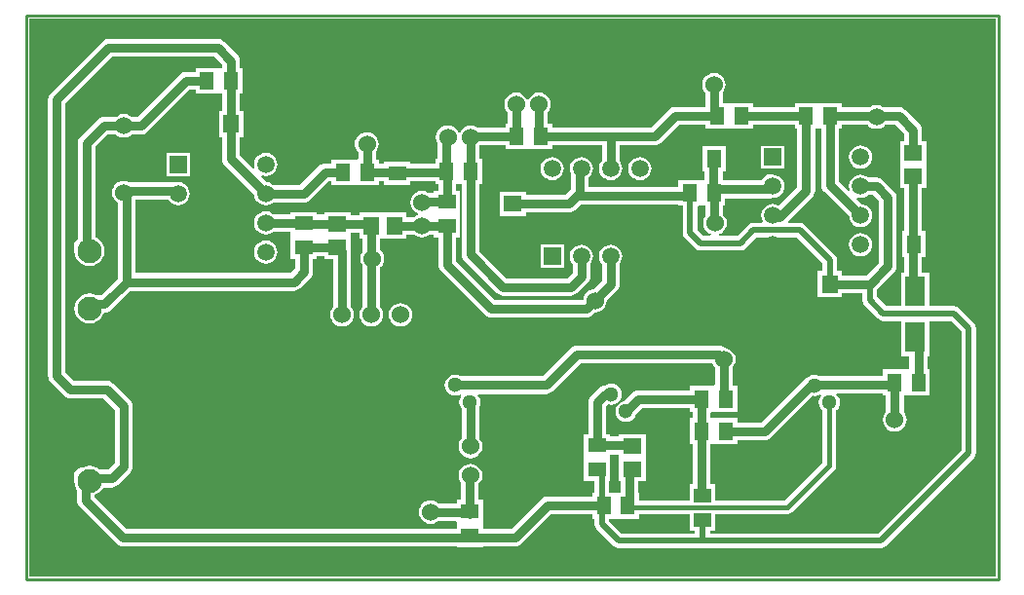
<source format=gtl>
G04 Layer_Physical_Order=1*
G04 Layer_Color=255*
%FSLAX43Y43*%
%MOMM*%
G71*
G01*
G75*
%ADD10R,1.500X1.250*%
%ADD11R,1.250X1.500*%
%ADD12R,1.350X1.550*%
%ADD13R,1.550X1.350*%
%ADD14R,1.700X2.500*%
%ADD15C,0.762*%
%ADD16C,0.508*%
%ADD17C,0.381*%
%ADD18C,0.254*%
%ADD19C,1.524*%
%ADD20C,2.100*%
%ADD21C,1.500*%
%ADD22R,1.500X1.500*%
%ADD23C,1.300*%
%ADD24R,1.500X1.500*%
G36*
X84247Y259D02*
X259D01*
Y48788D01*
X84247D01*
Y259D01*
D02*
G37*
%LPC*%
G36*
X16688Y46997D02*
X7188D01*
X6989Y46970D01*
X6804Y46894D01*
X6645Y46771D01*
X2149Y42276D01*
X2027Y42116D01*
X1950Y41931D01*
X1924Y41732D01*
Y17704D01*
X1950Y17505D01*
X2027Y17320D01*
X2149Y17160D01*
X3343Y15967D01*
X3343Y15967D01*
X3502Y15844D01*
X3687Y15768D01*
X3886Y15741D01*
X6743D01*
X7766Y14718D01*
Y10148D01*
X7149Y9532D01*
X6383D01*
X6169Y9696D01*
X5852Y9827D01*
X5512Y9872D01*
X5171Y9827D01*
X4967Y9742D01*
X4945D01*
X4746Y9716D01*
X4561Y9639D01*
X4402Y9517D01*
X4280Y9358D01*
X4203Y9173D01*
X4177Y8974D01*
X4203Y8775D01*
X4220Y8734D01*
X4197Y8557D01*
X4241Y8216D01*
X4373Y7899D01*
X4438Y7813D01*
Y6858D01*
X4465Y6659D01*
X4541Y6474D01*
X4664Y6315D01*
X7915Y3063D01*
X7915Y3063D01*
X8074Y2941D01*
X8259Y2864D01*
X8458Y2838D01*
X37452D01*
Y2795D01*
X39714D01*
Y2864D01*
X42520D01*
X42719Y2890D01*
X42904Y2967D01*
X43063Y3089D01*
X45632Y5658D01*
X49201D01*
Y5270D01*
X49416D01*
Y4826D01*
X49465Y4578D01*
X49606Y4368D01*
X51079Y2895D01*
X51289Y2755D01*
X51537Y2705D01*
X74295D01*
X74543Y2755D01*
X74753Y2895D01*
X82398Y10540D01*
X82539Y10750D01*
X82588Y10998D01*
Y21844D01*
X82539Y22092D01*
X82398Y22302D01*
X81128Y23572D01*
X80918Y23712D01*
X80670Y23761D01*
X78498D01*
Y26669D01*
X77883D01*
Y28028D01*
X78163D01*
Y30290D01*
X77883D01*
Y34012D01*
X78270D01*
Y36012D01*
Y38124D01*
X77883D01*
Y39040D01*
X77883Y39040D01*
X77857Y39239D01*
X77780Y39424D01*
X77658Y39583D01*
X77658Y39583D01*
X76413Y40828D01*
X76254Y40950D01*
X76069Y41027D01*
X75870Y41053D01*
X74482D01*
X74426Y41096D01*
X74179Y41198D01*
X73914Y41233D01*
X73649Y41198D01*
X73402Y41096D01*
X73346Y41053D01*
X70915D01*
Y41415D01*
X68903D01*
Y41415D01*
X68815D01*
Y41415D01*
X66803D01*
Y41053D01*
X63168D01*
Y41415D01*
X61195D01*
X61068Y41415D01*
X61029Y41415D01*
X60560D01*
Y42335D01*
X60679Y42490D01*
X60781Y42737D01*
X60816Y43002D01*
X60781Y43267D01*
X60679Y43515D01*
X60516Y43727D01*
X60304Y43890D01*
X60057Y43992D01*
X59792Y44027D01*
X59526Y43992D01*
X59279Y43890D01*
X59067Y43727D01*
X58904Y43515D01*
X58802Y43267D01*
X58767Y43002D01*
X58802Y42737D01*
X58904Y42490D01*
X59023Y42335D01*
Y41053D01*
X56413D01*
X56214Y41027D01*
X56029Y40950D01*
X55870Y40828D01*
X55870Y40828D01*
X54317Y39275D01*
X45769D01*
Y39637D01*
X45371D01*
Y40633D01*
X45490Y40788D01*
X45592Y41035D01*
X45627Y41300D01*
X45592Y41566D01*
X45490Y41813D01*
X45327Y42025D01*
X45115Y42188D01*
X44868Y42290D01*
X44602Y42325D01*
X44337Y42290D01*
X44090Y42188D01*
X43878Y42025D01*
X43715Y41813D01*
X43671Y41707D01*
X43534D01*
X43490Y41813D01*
X43327Y42025D01*
X43115Y42188D01*
X42868Y42290D01*
X42602Y42325D01*
X42337Y42290D01*
X42090Y42188D01*
X41878Y42025D01*
X41715Y41813D01*
X41613Y41566D01*
X41578Y41300D01*
X41613Y41035D01*
X41715Y40788D01*
X41834Y40633D01*
Y39637D01*
X41657D01*
Y39275D01*
X39260D01*
X39171Y39343D01*
X38924Y39445D01*
X38659Y39480D01*
X38394Y39445D01*
X38146Y39343D01*
X37934Y39180D01*
X37771Y38968D01*
X37769Y38963D01*
X37714Y38891D01*
X37577Y38893D01*
X37546Y38968D01*
X37383Y39180D01*
X37171Y39343D01*
X36924Y39445D01*
X36659Y39480D01*
X36394Y39445D01*
X36146Y39343D01*
X35934Y39180D01*
X35771Y38968D01*
X35669Y38721D01*
X35634Y38456D01*
X35669Y38190D01*
X35771Y37943D01*
X35789Y37921D01*
Y36589D01*
X35561D01*
Y36166D01*
X33414D01*
Y36303D01*
X31152D01*
Y36166D01*
X30656D01*
Y36528D01*
X30419D01*
Y37179D01*
X30538Y37334D01*
X30640Y37581D01*
X30675Y37846D01*
X30640Y38111D01*
X30538Y38358D01*
X30375Y38571D01*
X30163Y38733D01*
X29916Y38836D01*
X29650Y38871D01*
X29385Y38836D01*
X29138Y38733D01*
X28926Y38571D01*
X28763Y38358D01*
X28755Y38339D01*
X28671Y38230D01*
X28595Y38045D01*
X28568Y37846D01*
X28595Y37647D01*
X28671Y37462D01*
X28755Y37353D01*
X28763Y37334D01*
X28882Y37179D01*
Y36618D01*
X28792Y36528D01*
X28556Y36528D01*
X28517Y36528D01*
X26544D01*
Y36166D01*
X26025D01*
X26025Y36166D01*
X25826Y36140D01*
X25641Y36063D01*
X25481Y35941D01*
X23843Y34303D01*
X21501D01*
X21360Y34411D01*
X21115Y34512D01*
X20939Y34536D01*
X20463Y35012D01*
X20535Y35119D01*
X20591Y35096D01*
X20853Y35061D01*
X21115Y35096D01*
X21360Y35197D01*
X21569Y35358D01*
X21730Y35568D01*
X21832Y35812D01*
X21866Y36074D01*
X21832Y36336D01*
X21730Y36580D01*
X21569Y36790D01*
X21360Y36951D01*
X21115Y37052D01*
X20853Y37087D01*
X20591Y37052D01*
X20347Y36951D01*
X20137Y36790D01*
X19976Y36580D01*
X19875Y36336D01*
X19841Y36074D01*
X19875Y35812D01*
X19899Y35755D01*
X19791Y35683D01*
X18608Y36867D01*
Y38443D01*
X18896D01*
Y40755D01*
X18608D01*
Y42201D01*
X18845D01*
Y44463D01*
X18608D01*
Y45076D01*
X18608Y45076D01*
X18582Y45275D01*
X18505Y45461D01*
X18383Y45620D01*
X18383Y45620D01*
X17231Y46771D01*
X17072Y46894D01*
X16887Y46970D01*
X16688Y46997D01*
D02*
G37*
%LPD*%
G36*
X69081Y16104D02*
X69128Y15957D01*
X69035Y15837D01*
X68944Y15617D01*
X68913Y15381D01*
X68944Y15145D01*
X69035Y14925D01*
X69180Y14736D01*
X69242Y14688D01*
Y10122D01*
X65951Y6831D01*
X59932D01*
Y8304D01*
X59510D01*
Y11747D01*
X59748D01*
Y11747D01*
X59836D01*
Y11747D01*
X61848D01*
Y12109D01*
X64211D01*
X64410Y12135D01*
X64595Y12212D01*
X64755Y12334D01*
X68395Y15975D01*
X68555Y15954D01*
X68791Y15985D01*
X69010Y16076D01*
X69057Y16111D01*
X69081Y16104D01*
D02*
G37*
G36*
X81293Y21576D02*
Y11266D01*
X74027Y4000D01*
X59448D01*
Y4192D01*
X59932D01*
Y5666D01*
X66192D01*
X66415Y5710D01*
X66604Y5836D01*
X70237Y9469D01*
X70363Y9658D01*
X70407Y9881D01*
Y14688D01*
X70469Y14736D01*
X70614Y14925D01*
X70705Y15145D01*
X70736Y15381D01*
X70705Y15617D01*
X70614Y15837D01*
X70469Y16025D01*
X70438Y16050D01*
X70478Y16170D01*
X74449D01*
Y15989D01*
X74746D01*
Y14536D01*
X74627Y14381D01*
X74524Y14134D01*
X74489Y13868D01*
X74524Y13603D01*
X74627Y13356D01*
X74790Y13144D01*
X75002Y12981D01*
X75249Y12879D01*
X75514Y12844D01*
X75779Y12879D01*
X76027Y12981D01*
X76239Y13144D01*
X76402Y13356D01*
X76504Y13603D01*
X76539Y13868D01*
X76504Y14134D01*
X76402Y14381D01*
X76283Y14536D01*
Y15989D01*
X76461D01*
Y15989D01*
X76549D01*
Y15989D01*
X78561D01*
Y18251D01*
X78323D01*
Y19407D01*
X78498D01*
Y22467D01*
X80402D01*
X81293Y21576D01*
D02*
G37*
G36*
X59047Y31529D02*
X59006Y31475D01*
X58903Y31228D01*
X58868Y30963D01*
X58903Y30697D01*
X59006Y30450D01*
X59169Y30238D01*
X59381Y30075D01*
X59538Y30010D01*
X59513Y29883D01*
X58891D01*
X58363Y30411D01*
Y32383D01*
X58453Y32473D01*
X58769Y32473D01*
X58808Y32473D01*
X59047D01*
Y31529D01*
D02*
G37*
G36*
X51549Y10536D02*
Y8536D01*
X51657D01*
Y7532D01*
X51301D01*
Y7532D01*
X51213D01*
Y7532D01*
X50711D01*
Y8536D01*
X50763D01*
Y10548D01*
X50763D01*
Y10636D01*
X50763D01*
Y10873D01*
X51549D01*
Y10536D01*
D02*
G37*
G36*
X76346Y38721D02*
Y38124D01*
X75958D01*
Y36012D01*
Y34012D01*
X76346D01*
Y30290D01*
X76151D01*
Y28028D01*
X76346D01*
Y26669D01*
X76036D01*
Y23761D01*
X74766D01*
X73977Y24551D01*
Y25240D01*
X75423Y26685D01*
X75545Y26845D01*
X75622Y27030D01*
X75648Y27229D01*
Y33223D01*
X75622Y33422D01*
X75545Y33607D01*
X75423Y33767D01*
X74477Y34713D01*
X74318Y34835D01*
X74132Y34912D01*
X73933Y34938D01*
X73190D01*
X73049Y35046D01*
X72804Y35147D01*
X72542Y35182D01*
X72280Y35147D01*
X72036Y35046D01*
X71826Y34885D01*
X71665Y34675D01*
X71564Y34431D01*
X71530Y34169D01*
X71564Y33907D01*
X71588Y33850D01*
X71480Y33778D01*
X70678Y34581D01*
Y39153D01*
X70915D01*
Y39516D01*
X73165D01*
X73189Y39484D01*
X73402Y39321D01*
X73649Y39218D01*
X73914Y39183D01*
X74179Y39218D01*
X74426Y39321D01*
X74639Y39484D01*
X74663Y39516D01*
X75551D01*
X76346Y38721D01*
D02*
G37*
G36*
X17071Y44758D02*
Y44553D01*
X16981Y44463D01*
X16745Y44463D01*
X16706Y44463D01*
X14733D01*
Y44101D01*
X13894D01*
X13894Y44101D01*
X13695Y44075D01*
X13510Y43998D01*
X13350Y43876D01*
X13350Y43876D01*
X9715Y40240D01*
X9143D01*
X9021Y40334D01*
X8774Y40436D01*
X8509Y40471D01*
X8244Y40436D01*
X7997Y40334D01*
X7875Y40240D01*
X6807D01*
X6608Y40214D01*
X6423Y40137D01*
X6264Y40015D01*
X4740Y38491D01*
X4618Y38332D01*
X4541Y38147D01*
X4515Y37948D01*
Y29648D01*
X4410Y29543D01*
X4287Y29383D01*
X4211Y29198D01*
X4184Y28999D01*
X4211Y28800D01*
X4224Y28767D01*
X4197Y28557D01*
X4241Y28216D01*
X4373Y27899D01*
X4582Y27627D01*
X4854Y27418D01*
X5171Y27286D01*
X5512Y27241D01*
X5852Y27286D01*
X6169Y27418D01*
X6442Y27627D01*
X6651Y27899D01*
X6782Y28216D01*
X6827Y28557D01*
X6782Y28897D01*
X6651Y29214D01*
X6442Y29487D01*
X6169Y29696D01*
X6052Y29744D01*
Y37629D01*
X7126Y38703D01*
X7809D01*
X7997Y38559D01*
X8244Y38456D01*
X8509Y38421D01*
X8774Y38456D01*
X9021Y38559D01*
X9209Y38703D01*
X10033D01*
X10232Y38729D01*
X10417Y38806D01*
X10576Y38928D01*
X14212Y42564D01*
X14733D01*
Y42201D01*
X16706D01*
X16833Y42201D01*
X16872Y42201D01*
X17071D01*
Y40755D01*
X16784D01*
Y38443D01*
X17071D01*
Y36548D01*
X17097Y36349D01*
X17174Y36164D01*
X17296Y36005D01*
X19852Y33449D01*
X19875Y33272D01*
X19976Y33028D01*
X20137Y32818D01*
X20347Y32657D01*
X20591Y32556D01*
X20853Y32521D01*
X21115Y32556D01*
X21360Y32657D01*
X21501Y32766D01*
X24162D01*
X24360Y32792D01*
X24546Y32869D01*
X24705Y32991D01*
X26343Y34629D01*
X26544D01*
Y34266D01*
X28517D01*
X28644Y34266D01*
X28683Y34266D01*
X30656D01*
Y34629D01*
X31152D01*
Y34291D01*
X33414D01*
Y34629D01*
X35561D01*
Y34327D01*
X35833D01*
Y33813D01*
X35470D01*
Y33576D01*
X35047D01*
X34955Y33647D01*
X34708Y33749D01*
X34442Y33784D01*
X34177Y33749D01*
X33930Y33647D01*
X33718Y33484D01*
X33555Y33272D01*
X33453Y33025D01*
X33418Y32759D01*
X33453Y32494D01*
X33555Y32247D01*
X33718Y32035D01*
X33930Y31872D01*
X34036Y31828D01*
Y31691D01*
X33930Y31647D01*
X33775Y31528D01*
X33069D01*
Y31915D01*
X28957D01*
Y31655D01*
X28232D01*
Y31952D01*
X25920D01*
Y31705D01*
X25286D01*
Y31952D01*
X23024D01*
Y31763D01*
X21501D01*
X21360Y31871D01*
X21115Y31972D01*
X20853Y32007D01*
X20591Y31972D01*
X20347Y31871D01*
X20137Y31710D01*
X19976Y31500D01*
X19875Y31256D01*
X19841Y30994D01*
X19875Y30732D01*
X19976Y30488D01*
X20137Y30278D01*
X20347Y30117D01*
X20591Y30016D01*
X20853Y29981D01*
X21115Y30016D01*
X21360Y30117D01*
X21501Y30226D01*
X23024D01*
Y29940D01*
X23024D01*
Y29852D01*
X23024D01*
Y27840D01*
X23387D01*
Y27039D01*
X22973Y26626D01*
X9506D01*
Y32988D01*
X12387D01*
X12517Y32818D01*
X12727Y32657D01*
X12971Y32556D01*
X13233Y32521D01*
X13495Y32556D01*
X13740Y32657D01*
X13949Y32818D01*
X14110Y33028D01*
X14212Y33272D01*
X14246Y33534D01*
X14212Y33796D01*
X14110Y34040D01*
X13949Y34250D01*
X13740Y34411D01*
X13495Y34512D01*
X13233Y34547D01*
X13040Y34521D01*
X13011Y34525D01*
X9093D01*
X9023Y34516D01*
X9021Y34517D01*
X8774Y34619D01*
X8509Y34654D01*
X8244Y34619D01*
X7997Y34517D01*
X7784Y34354D01*
X7622Y34142D01*
X7519Y33895D01*
X7484Y33630D01*
X7519Y33364D01*
X7622Y33117D01*
X7784Y32905D01*
X7969Y32763D01*
Y26176D01*
X6536Y24742D01*
X6057D01*
X5852Y24827D01*
X5512Y24872D01*
X5171Y24827D01*
X4854Y24696D01*
X4582Y24487D01*
X4373Y24214D01*
X4241Y23897D01*
X4197Y23557D01*
X4241Y23216D01*
X4373Y22899D01*
X4582Y22627D01*
X4854Y22418D01*
X5171Y22286D01*
X5512Y22241D01*
X5852Y22286D01*
X6169Y22418D01*
X6442Y22627D01*
X6651Y22899D01*
X6778Y23205D01*
X6854D01*
X7053Y23231D01*
X7238Y23308D01*
X7398Y23430D01*
X9056Y25089D01*
X23292D01*
X23491Y25115D01*
X23676Y25192D01*
X23835Y25314D01*
X24699Y26177D01*
X24699Y26177D01*
X24821Y26337D01*
X24898Y26522D01*
X24924Y26721D01*
X24924Y26721D01*
Y27840D01*
X25286D01*
Y28127D01*
X25920D01*
Y27840D01*
X26705D01*
Y23664D01*
X26586Y23509D01*
X26484Y23262D01*
X26449Y22996D01*
X26484Y22731D01*
X26586Y22484D01*
X26749Y22272D01*
X26961Y22109D01*
X27208Y22007D01*
X27473Y21972D01*
X27739Y22007D01*
X27986Y22109D01*
X28198Y22272D01*
X28361Y22484D01*
X28463Y22731D01*
X28498Y22996D01*
X28463Y23262D01*
X28361Y23509D01*
X28242Y23664D01*
Y28499D01*
X28232Y28572D01*
Y30118D01*
X28957D01*
Y29603D01*
X29245D01*
Y28445D01*
X29212Y28402D01*
X29109Y28154D01*
X29074Y27889D01*
X29109Y27624D01*
X29212Y27377D01*
X29245Y27333D01*
Y23664D01*
X29126Y23509D01*
X29024Y23262D01*
X28989Y22996D01*
X29024Y22731D01*
X29126Y22484D01*
X29289Y22272D01*
X29501Y22109D01*
X29748Y22007D01*
X30013Y21972D01*
X30279Y22007D01*
X30526Y22109D01*
X30738Y22272D01*
X30901Y22484D01*
X31003Y22731D01*
X31038Y22996D01*
X31003Y23262D01*
X30901Y23509D01*
X30782Y23664D01*
Y27133D01*
X30824Y27165D01*
X30986Y27377D01*
X31089Y27624D01*
X31124Y27889D01*
X31089Y28154D01*
X30986Y28402D01*
X30824Y28614D01*
X30782Y28646D01*
Y29603D01*
X33069D01*
Y29991D01*
X33775D01*
X33930Y29872D01*
X34177Y29770D01*
X34442Y29735D01*
X34708Y29770D01*
X34955Y29872D01*
X35110Y29991D01*
X35470D01*
Y29701D01*
X35833D01*
Y27381D01*
X35859Y27182D01*
X35936Y26997D01*
X36058Y26838D01*
X39893Y23002D01*
X39893Y23002D01*
X40053Y22880D01*
X40238Y22803D01*
X40437Y22777D01*
X48717D01*
X48916Y22803D01*
X49101Y22880D01*
X49261Y23002D01*
X49467Y23209D01*
X49719Y23242D01*
X49966Y23344D01*
X50178Y23507D01*
X50341Y23719D01*
X50444Y23966D01*
X50477Y24219D01*
X51369Y25111D01*
X51491Y25270D01*
X51568Y25455D01*
X51594Y25654D01*
Y27445D01*
X51702Y27586D01*
X51804Y27830D01*
X51838Y28092D01*
X51804Y28354D01*
X51702Y28599D01*
X51541Y28808D01*
X51332Y28969D01*
X51088Y29071D01*
X50825Y29105D01*
X50563Y29071D01*
X50319Y28969D01*
X50109Y28808D01*
X49948Y28599D01*
X49847Y28354D01*
X49813Y28092D01*
X49847Y27830D01*
X49948Y27586D01*
X50057Y27445D01*
Y25972D01*
X49324Y25239D01*
X49189Y25221D01*
X48941Y25119D01*
X48729Y24956D01*
X48566Y24744D01*
X48464Y24497D01*
X48446Y24362D01*
X48399Y24314D01*
X40755D01*
X37370Y27700D01*
Y29701D01*
X37732D01*
Y31713D01*
X37732D01*
Y31801D01*
X37732D01*
Y33813D01*
X37370D01*
Y34327D01*
X37573D01*
Y34327D01*
X37661D01*
Y34327D01*
X37890D01*
Y28245D01*
X37916Y28046D01*
X37993Y27861D01*
X38115Y27701D01*
X40935Y24882D01*
X41094Y24760D01*
X41279Y24683D01*
X41478Y24657D01*
X47346D01*
X47545Y24683D01*
X47730Y24760D01*
X47889Y24882D01*
X48829Y25822D01*
X48951Y25981D01*
X49028Y26166D01*
X49054Y26365D01*
Y27445D01*
X49162Y27586D01*
X49264Y27830D01*
X49298Y28092D01*
X49264Y28354D01*
X49162Y28599D01*
X49001Y28808D01*
X48792Y28969D01*
X48548Y29071D01*
X48285Y29105D01*
X48023Y29071D01*
X47779Y28969D01*
X47569Y28808D01*
X47408Y28599D01*
X47307Y28354D01*
X47273Y28092D01*
X47307Y27830D01*
X47408Y27586D01*
X47517Y27445D01*
Y26684D01*
X47027Y26194D01*
X41797D01*
X39427Y28563D01*
Y34327D01*
X39673D01*
Y36589D01*
X39427D01*
Y37738D01*
X41657D01*
Y37375D01*
X43669D01*
Y37375D01*
X43757D01*
Y37375D01*
X45769D01*
Y37738D01*
X50057D01*
Y36360D01*
X49948Y36219D01*
X49847Y35974D01*
X49813Y35712D01*
X49847Y35450D01*
X49948Y35206D01*
X50109Y34996D01*
X50319Y34835D01*
X50563Y34734D01*
X50825Y34700D01*
X51088Y34734D01*
X51332Y34835D01*
X51541Y34996D01*
X51702Y35206D01*
X51804Y35450D01*
X51838Y35712D01*
X51804Y35974D01*
X51702Y36219D01*
X51594Y36360D01*
Y37738D01*
X54635D01*
X54834Y37764D01*
X55020Y37841D01*
X55179Y37963D01*
X56732Y39516D01*
X59056D01*
Y39153D01*
X61029D01*
X61156Y39153D01*
X61195Y39153D01*
X63168D01*
Y39516D01*
X66803D01*
Y39153D01*
X67041D01*
Y34092D01*
X65444Y32495D01*
X65429Y32506D01*
X65185Y32607D01*
X64922Y32642D01*
X64660Y32607D01*
X64416Y32506D01*
X64206Y32345D01*
X64045Y32135D01*
X63944Y31891D01*
X63910Y31629D01*
X63944Y31367D01*
X64045Y31123D01*
X64052Y31114D01*
X63996Y31000D01*
X63195D01*
X62947Y30951D01*
X62737Y30811D01*
X61809Y29883D01*
X60273D01*
X60248Y30010D01*
X60406Y30075D01*
X60618Y30238D01*
X60781Y30450D01*
X60883Y30697D01*
X60918Y30963D01*
X60883Y31228D01*
X60781Y31475D01*
X60618Y31687D01*
X60584Y31713D01*
Y32473D01*
X60781D01*
Y33140D01*
X64662D01*
X64853Y33166D01*
X64922Y33156D01*
X65185Y33191D01*
X65429Y33292D01*
X65638Y33453D01*
X65799Y33663D01*
X65901Y33907D01*
X65935Y34169D01*
X65901Y34431D01*
X65799Y34675D01*
X65638Y34885D01*
X65429Y35046D01*
X65185Y35147D01*
X64922Y35182D01*
X64871Y35175D01*
X64848Y35185D01*
X64649Y35211D01*
X64450Y35185D01*
X64265Y35108D01*
X64106Y34986D01*
X63984Y34827D01*
X63922Y34678D01*
X60781D01*
Y34735D01*
X60535D01*
Y35445D01*
X60832D01*
Y37707D01*
X58820D01*
Y35445D01*
X58998D01*
Y34825D01*
X58908Y34735D01*
X58681Y34735D01*
X58642Y34735D01*
X56669D01*
Y34144D01*
X48902D01*
Y34920D01*
X49001Y34996D01*
X49162Y35206D01*
X49264Y35450D01*
X49298Y35712D01*
X49264Y35974D01*
X49162Y36219D01*
X49001Y36428D01*
X48792Y36589D01*
X48548Y36691D01*
X48285Y36725D01*
X48023Y36691D01*
X47779Y36589D01*
X47569Y36428D01*
X47408Y36219D01*
X47307Y35974D01*
X47273Y35712D01*
X47307Y35450D01*
X47364Y35312D01*
Y33923D01*
X46859Y33417D01*
X43472D01*
Y33704D01*
X41160D01*
Y31592D01*
X43472D01*
Y31880D01*
X47177D01*
X47376Y31906D01*
X47561Y31983D01*
X47721Y32105D01*
X48223Y32607D01*
X56669D01*
Y32473D01*
X57068D01*
Y30143D01*
X57117Y29895D01*
X57258Y29685D01*
X58165Y28778D01*
X58375Y28637D01*
X58623Y28588D01*
X62078D01*
X62325Y28637D01*
X62535Y28778D01*
X63463Y29706D01*
X66991D01*
X69212Y27485D01*
Y26835D01*
X68803D01*
Y24523D01*
X70915D01*
Y24911D01*
X72682D01*
Y24282D01*
X72732Y24035D01*
X72872Y23825D01*
X74040Y22656D01*
X74250Y22516D01*
X74498Y22467D01*
X76036D01*
Y19407D01*
X76786D01*
Y18251D01*
X76549D01*
Y18251D01*
X76461D01*
Y18251D01*
X74449D01*
Y17707D01*
X68885D01*
X68791Y17746D01*
X68555Y17777D01*
X68319Y17746D01*
X68099Y17655D01*
X68045Y17614D01*
X68000Y17608D01*
X67815Y17531D01*
X67656Y17409D01*
X63893Y13646D01*
X61848D01*
Y14009D01*
X59836D01*
Y14009D01*
X59748D01*
Y14009D01*
X59510D01*
Y14451D01*
X59600Y14541D01*
X59836Y14541D01*
X59875Y14541D01*
X61848D01*
Y16803D01*
X61424D01*
Y18433D01*
X61543Y18588D01*
X61645Y18836D01*
X61680Y19101D01*
X61645Y19366D01*
X61543Y19613D01*
X61380Y19825D01*
X61168Y19988D01*
X60920Y20091D01*
X60721Y20117D01*
X60582Y20224D01*
X60397Y20300D01*
X60198Y20327D01*
X47879D01*
X47680Y20300D01*
X47495Y20224D01*
X47336Y20101D01*
X44894Y17660D01*
X37796D01*
X37769Y17681D01*
X37549Y17772D01*
X37313Y17803D01*
X37077Y17772D01*
X36857Y17681D01*
X36668Y17536D01*
X36523Y17347D01*
X36432Y17127D01*
X36401Y16891D01*
X36432Y16655D01*
X36523Y16435D01*
X36668Y16246D01*
X36857Y16101D01*
X37077Y16010D01*
X37313Y15979D01*
X37549Y16010D01*
X37769Y16101D01*
X37804Y16078D01*
X37837Y15919D01*
X37793Y15862D01*
X37702Y15642D01*
X37671Y15406D01*
X37702Y15170D01*
X37793Y14950D01*
X37865Y14856D01*
Y12224D01*
X37746Y12069D01*
X37644Y11822D01*
X37609Y11557D01*
X37644Y11292D01*
X37746Y11045D01*
X37909Y10832D01*
X38121Y10670D01*
X38368Y10567D01*
X38633Y10532D01*
X38899Y10567D01*
X39146Y10670D01*
X39358Y10832D01*
X39521Y11045D01*
X39623Y11292D01*
X39658Y11557D01*
X39623Y11822D01*
X39521Y12069D01*
X39402Y12224D01*
Y15022D01*
X39463Y15170D01*
X39494Y15406D01*
X39463Y15642D01*
X39372Y15862D01*
X39270Y15995D01*
X39332Y16122D01*
X45212D01*
X45411Y16149D01*
X45596Y16225D01*
X45755Y16348D01*
X48197Y18789D01*
X59684D01*
X59768Y18588D01*
X59887Y18433D01*
Y16925D01*
X59760Y16803D01*
X59709Y16803D01*
X57736D01*
Y16440D01*
X53238D01*
X53039Y16414D01*
X52854Y16337D01*
X52695Y16215D01*
X51989Y15510D01*
X51910Y15499D01*
X51690Y15408D01*
X51501Y15263D01*
X51357Y15075D01*
X51265Y14855D01*
X51234Y14619D01*
X51265Y14383D01*
X51357Y14163D01*
X51501Y13974D01*
X51690Y13829D01*
X51910Y13738D01*
X52146Y13707D01*
X52382Y13738D01*
X52602Y13829D01*
X52791Y13974D01*
X52936Y14163D01*
X53020Y14367D01*
X53557Y14903D01*
X57736D01*
Y14541D01*
X57973D01*
Y14009D01*
X57736D01*
Y11747D01*
X57973D01*
Y8304D01*
X57670D01*
Y6831D01*
X53313D01*
Y7532D01*
X53194D01*
Y8536D01*
X53861D01*
Y10536D01*
Y12648D01*
X51549D01*
Y12410D01*
X50763D01*
Y12648D01*
X50400D01*
Y15060D01*
X50585Y15246D01*
X50640Y15223D01*
X50876Y15192D01*
X51112Y15223D01*
X51332Y15314D01*
X51521Y15459D01*
X51666Y15648D01*
X51757Y15868D01*
X51788Y16104D01*
X51757Y16340D01*
X51666Y16559D01*
X51521Y16748D01*
X51332Y16893D01*
X51112Y16984D01*
X50876Y17015D01*
X50640Y16984D01*
X50420Y16893D01*
X50393Y16872D01*
X50356D01*
X50157Y16846D01*
X49972Y16769D01*
X49813Y16647D01*
X49813Y16647D01*
X49088Y15922D01*
X48966Y15763D01*
X48889Y15578D01*
X48863Y15379D01*
Y12648D01*
X48501D01*
Y10636D01*
X48501D01*
Y10548D01*
X48501D01*
Y8536D01*
X49416D01*
Y7532D01*
X49201D01*
Y7195D01*
X45314D01*
X45115Y7169D01*
X44929Y7092D01*
X44770Y6970D01*
X42201Y4401D01*
X39803D01*
X39714Y4491D01*
X39714Y4895D01*
X39714Y4934D01*
Y6907D01*
X39360D01*
Y8295D01*
X39521Y8505D01*
X39623Y8752D01*
X39658Y9017D01*
X39623Y9282D01*
X39521Y9529D01*
X39358Y9742D01*
X39146Y9904D01*
X38899Y10007D01*
X38633Y10042D01*
X38368Y10007D01*
X38121Y9904D01*
X37909Y9742D01*
X37746Y9529D01*
X37644Y9282D01*
X37609Y9017D01*
X37644Y8752D01*
X37746Y8505D01*
X37823Y8405D01*
Y6907D01*
X37452D01*
Y6611D01*
X35846D01*
X35691Y6729D01*
X35444Y6832D01*
X35179Y6867D01*
X34914Y6832D01*
X34667Y6729D01*
X34454Y6567D01*
X34292Y6354D01*
X34189Y6107D01*
X34154Y5842D01*
X34189Y5577D01*
X34292Y5330D01*
X34454Y5117D01*
X34667Y4955D01*
X34914Y4852D01*
X35179Y4817D01*
X35444Y4852D01*
X35691Y4955D01*
X35846Y5073D01*
X37362D01*
X37452Y4984D01*
X37452Y4807D01*
X37452Y4768D01*
Y4375D01*
X8777D01*
X5976Y7176D01*
Y7337D01*
X6169Y7418D01*
X6442Y7627D01*
X6651Y7899D01*
X6690Y7994D01*
X7468D01*
X7667Y8021D01*
X7852Y8097D01*
X8011Y8220D01*
X9078Y9286D01*
X9200Y9446D01*
X9277Y9631D01*
X9303Y9830D01*
X9303Y9830D01*
Y15037D01*
X9277Y15236D01*
X9200Y15421D01*
X9078Y15580D01*
X7605Y17053D01*
X7445Y17176D01*
X7260Y17252D01*
X7061Y17279D01*
X4205D01*
X3461Y18022D01*
Y41414D01*
X7507Y45459D01*
X16369D01*
X17071Y44758D01*
D02*
G37*
G36*
X57670Y4192D02*
X58154D01*
Y4000D01*
X51805D01*
X50711Y5094D01*
Y5270D01*
X51213D01*
Y5270D01*
X51301D01*
Y5270D01*
X53313D01*
Y5666D01*
X57670D01*
Y4192D01*
D02*
G37*
G36*
X69141Y34262D02*
X69167Y34063D01*
X69244Y33878D01*
X69366Y33719D01*
X71541Y31544D01*
X71564Y31367D01*
X71665Y31123D01*
X71826Y30913D01*
X72036Y30752D01*
X72280Y30651D01*
X72542Y30616D01*
X72804Y30651D01*
X73049Y30752D01*
X73258Y30913D01*
X73419Y31123D01*
X73521Y31367D01*
X73555Y31629D01*
X73521Y31891D01*
X73419Y32135D01*
X73258Y32345D01*
X73049Y32506D01*
X72804Y32607D01*
X72628Y32631D01*
X72152Y33107D01*
X72224Y33214D01*
X72280Y33191D01*
X72542Y33156D01*
X72804Y33191D01*
X73049Y33292D01*
X73190Y33401D01*
X73615D01*
X74111Y32905D01*
Y27547D01*
X73011Y26448D01*
X70915D01*
Y26835D01*
X70507D01*
Y27753D01*
X70458Y28001D01*
X70317Y28211D01*
X67717Y30811D01*
X67507Y30951D01*
X67259Y31000D01*
X66289D01*
X66241Y31118D01*
X68353Y33230D01*
X68475Y33389D01*
X68552Y33574D01*
X68578Y33773D01*
Y39153D01*
X68815D01*
Y39153D01*
X68903D01*
Y39153D01*
X69141D01*
Y34262D01*
D02*
G37*
%LPC*%
G36*
X72542Y37722D02*
X72280Y37687D01*
X72036Y37586D01*
X71826Y37425D01*
X71665Y37215D01*
X71564Y36971D01*
X71530Y36709D01*
X71564Y36447D01*
X71665Y36203D01*
X71826Y35993D01*
X72036Y35832D01*
X72280Y35731D01*
X72542Y35696D01*
X72804Y35731D01*
X73049Y35832D01*
X73258Y35993D01*
X73419Y36203D01*
X73521Y36447D01*
X73555Y36709D01*
X73521Y36971D01*
X73419Y37215D01*
X73258Y37425D01*
X73049Y37586D01*
X72804Y37687D01*
X72542Y37722D01*
D02*
G37*
G36*
X32553Y24021D02*
X32288Y23986D01*
X32041Y23884D01*
X31829Y23721D01*
X31666Y23509D01*
X31564Y23262D01*
X31529Y22996D01*
X31564Y22731D01*
X31666Y22484D01*
X31829Y22272D01*
X32041Y22109D01*
X32288Y22007D01*
X32553Y21972D01*
X32819Y22007D01*
X33066Y22109D01*
X33278Y22272D01*
X33441Y22484D01*
X33543Y22731D01*
X33578Y22996D01*
X33543Y23262D01*
X33441Y23509D01*
X33278Y23721D01*
X33066Y23884D01*
X32819Y23986D01*
X32553Y24021D01*
D02*
G37*
G36*
X46749Y29096D02*
X44741D01*
Y27088D01*
X46749D01*
Y29096D01*
D02*
G37*
G36*
X14237Y37078D02*
X12229D01*
Y35070D01*
X14237D01*
Y37078D01*
D02*
G37*
G36*
X65926Y37713D02*
X63918D01*
Y35705D01*
X65926D01*
Y37713D01*
D02*
G37*
G36*
X53365Y36725D02*
X53103Y36691D01*
X52859Y36589D01*
X52649Y36428D01*
X52488Y36219D01*
X52387Y35974D01*
X52353Y35712D01*
X52387Y35450D01*
X52488Y35206D01*
X52649Y34996D01*
X52859Y34835D01*
X53103Y34734D01*
X53365Y34700D01*
X53627Y34734D01*
X53872Y34835D01*
X54081Y34996D01*
X54242Y35206D01*
X54344Y35450D01*
X54378Y35712D01*
X54344Y35974D01*
X54242Y36219D01*
X54081Y36428D01*
X53872Y36589D01*
X53627Y36691D01*
X53365Y36725D01*
D02*
G37*
G36*
X20853Y29467D02*
X20591Y29432D01*
X20347Y29331D01*
X20137Y29170D01*
X19976Y28960D01*
X19875Y28716D01*
X19841Y28454D01*
X19875Y28192D01*
X19976Y27948D01*
X20137Y27738D01*
X20347Y27577D01*
X20591Y27476D01*
X20853Y27441D01*
X21115Y27476D01*
X21360Y27577D01*
X21569Y27738D01*
X21730Y27948D01*
X21832Y28192D01*
X21866Y28454D01*
X21832Y28716D01*
X21730Y28960D01*
X21569Y29170D01*
X21360Y29331D01*
X21115Y29432D01*
X20853Y29467D01*
D02*
G37*
G36*
X45745Y36725D02*
X45483Y36691D01*
X45239Y36589D01*
X45029Y36428D01*
X44868Y36219D01*
X44767Y35974D01*
X44733Y35712D01*
X44767Y35450D01*
X44868Y35206D01*
X45029Y34996D01*
X45239Y34835D01*
X45483Y34734D01*
X45745Y34700D01*
X46007Y34734D01*
X46252Y34835D01*
X46461Y34996D01*
X46622Y35206D01*
X46724Y35450D01*
X46758Y35712D01*
X46724Y35974D01*
X46622Y36219D01*
X46461Y36428D01*
X46252Y36589D01*
X46007Y36691D01*
X45745Y36725D01*
D02*
G37*
G36*
X72542Y30102D02*
X72280Y30067D01*
X72036Y29966D01*
X71826Y29805D01*
X71665Y29595D01*
X71564Y29351D01*
X71530Y29089D01*
X71564Y28827D01*
X71665Y28583D01*
X71826Y28373D01*
X72036Y28212D01*
X72280Y28111D01*
X72542Y28076D01*
X72804Y28111D01*
X73049Y28212D01*
X73258Y28373D01*
X73419Y28583D01*
X73521Y28827D01*
X73555Y29089D01*
X73521Y29351D01*
X73419Y29595D01*
X73258Y29805D01*
X73049Y29966D01*
X72804Y30067D01*
X72542Y30102D01*
D02*
G37*
%LPD*%
D10*
X38583Y5901D02*
D03*
Y3801D02*
D03*
X49632Y9542D02*
D03*
Y11642D02*
D03*
X58801Y5198D02*
D03*
Y7298D02*
D03*
X36601Y30707D02*
D03*
Y32807D02*
D03*
X32283Y37397D02*
D03*
Y35297D02*
D03*
X24155Y28846D02*
D03*
Y30946D02*
D03*
D11*
X62162Y40284D02*
D03*
X60062D02*
D03*
X58742Y15672D02*
D03*
X60842D02*
D03*
Y12878D02*
D03*
X58742D02*
D03*
X50207Y6401D02*
D03*
X52307D02*
D03*
X42663Y38506D02*
D03*
X44763D02*
D03*
X36567Y35458D02*
D03*
X38667D02*
D03*
X77157Y29159D02*
D03*
X79257D02*
D03*
X77555Y17120D02*
D03*
X75455D02*
D03*
X69909Y40284D02*
D03*
X67809D02*
D03*
X59775Y33604D02*
D03*
X57675D02*
D03*
X59826Y36576D02*
D03*
X57726D02*
D03*
X29650Y35397D02*
D03*
X27550D02*
D03*
X15739Y43332D02*
D03*
X17839D02*
D03*
D12*
X32013Y30759D02*
D03*
X30013D02*
D03*
X67859Y25679D02*
D03*
X69859D02*
D03*
X15840Y39599D02*
D03*
X17840D02*
D03*
D13*
X52705Y11592D02*
D03*
Y9592D02*
D03*
X77114Y37068D02*
D03*
Y35068D02*
D03*
X42316Y30648D02*
D03*
Y32648D02*
D03*
X27076Y30896D02*
D03*
Y28896D02*
D03*
D14*
X77267Y21038D02*
D03*
Y25038D02*
D03*
D15*
X57182Y33376D02*
X57715Y33909D01*
X17839Y36548D02*
Y43332D01*
X38621Y3680D02*
X38684Y3700D01*
X38388Y3607D02*
X38621Y3680D01*
X5207Y8763D02*
X7468D01*
X5207Y6858D02*
Y8763D01*
X6807Y39472D02*
X10033D01*
X4953Y28999D02*
X5283Y29329D01*
X8738Y33401D02*
X9093Y33757D01*
X5207Y23974D02*
X6854D01*
X69909Y40284D02*
X75870D01*
X48717Y23546D02*
X50825Y25654D01*
X36331Y30759D02*
X36440Y30868D01*
X30013Y22996D02*
Y30759D01*
X24098Y30994D02*
X24155Y30936D01*
X27407D01*
X36557Y35384D02*
Y38405D01*
X29650Y35397D02*
X36525D01*
X52426Y6248D02*
Y9592D01*
X59766Y33909D02*
Y36830D01*
X59815Y31040D02*
Y33909D01*
X59766D02*
X59815D01*
X68628Y16939D02*
X75455D01*
X38591Y5664D02*
Y8975D01*
X38236Y5842D02*
X38583Y6189D01*
X58742Y7137D02*
Y12878D01*
X59792Y40284D02*
Y43002D01*
X77114Y25673D02*
Y35068D01*
Y25673D02*
X77648Y25139D01*
X38379Y38506D02*
X42663D01*
X38379D02*
X38659Y38227D01*
Y28245D02*
Y38227D01*
X36539Y35391D02*
X36539Y35391D01*
X36525Y35397D02*
X36539Y35391D01*
X5207Y8763D02*
Y8974D01*
X8458Y3607D02*
X38388D01*
X5207Y6858D02*
X8458Y3607D01*
X2692Y41732D02*
X7188Y46228D01*
X2692Y17704D02*
Y41732D01*
Y17704D02*
X3886Y16510D01*
X5283Y37948D02*
X6807Y39472D01*
X5283Y29329D02*
Y37948D01*
X13011Y33757D02*
X13233Y33534D01*
X9093Y33757D02*
X13011D01*
X36539Y35391D02*
X36539D01*
X68199Y16866D02*
X68555D01*
X64211Y12878D02*
X68199Y16866D01*
X60842Y12878D02*
X64211D01*
X17839Y43332D02*
Y45076D01*
X16688Y46228D02*
X17839Y45076D01*
X7188Y46228D02*
X16688D01*
X52375Y6079D02*
X52426Y6130D01*
X52185Y14619D02*
X53238Y15672D01*
X52146Y14619D02*
X52185D01*
X38684Y3700D02*
X38752Y3632D01*
X38583Y3801D02*
X38684Y3700D01*
X42520Y3632D02*
X45314Y6426D01*
X38752Y3632D02*
X42520D01*
X60198Y19558D02*
X60655Y19101D01*
X47879Y19558D02*
X60198D01*
X45212Y16891D02*
X47879Y19558D01*
X49632Y15379D02*
X50356Y16104D01*
X50876D01*
X3886Y16510D02*
X7061D01*
X7468Y8763D02*
X8534Y9830D01*
Y15037D01*
X7061Y16510D02*
X8534Y15037D01*
X38583Y5901D02*
Y6189D01*
X35179Y5842D02*
X38236D01*
X48133Y33604D02*
Y35560D01*
Y33376D02*
Y33604D01*
Y33376D02*
X57182D01*
X45314Y6426D02*
X49979D01*
X50055Y6350D01*
X52426Y6130D02*
Y6248D01*
X38621Y3680D02*
X38621D01*
X35179Y5842D02*
X35270Y5933D01*
X75455Y17120D02*
X75514Y17060D01*
Y13868D02*
Y17060D01*
X4945Y8974D02*
X5207D01*
X60655Y15858D02*
X60842Y15672D01*
X60655Y15858D02*
Y19101D01*
X37313Y16891D02*
X45212D01*
X68555Y16866D02*
X68628Y16939D01*
X75455D02*
Y17120D01*
X38583Y15406D02*
X38633Y15355D01*
Y11557D02*
Y15355D01*
X38591Y8975D02*
X38633Y9017D01*
X53238Y15672D02*
X58742D01*
Y12878D02*
Y15672D01*
X52376Y11642D02*
X52426Y11592D01*
X49632Y11642D02*
X52376D01*
X49632D02*
Y15379D01*
X13894Y43332D02*
X15739D01*
X10033Y39472D02*
X13894Y43332D01*
X73330Y25679D02*
X74879Y27229D01*
X48133Y35560D02*
X48285Y35712D01*
X47177Y32648D02*
X48133Y33604D01*
X59766Y33809D02*
Y33909D01*
X59715Y33809D02*
Y33909D01*
X59815Y31040D02*
X59893Y30963D01*
X40437Y23546D02*
X48717D01*
X36601Y27381D02*
X40437Y23546D01*
X36601Y27381D02*
Y30707D01*
X47346Y25425D02*
X48285Y26365D01*
X41478Y25425D02*
X47346D01*
X38659Y28245D02*
X41478Y25425D01*
X48285Y26365D02*
Y28092D01*
X42316Y32648D02*
X47177D01*
X17839Y36548D02*
X20853Y33534D01*
X24162D01*
X26025Y35397D01*
X27550D01*
X77267Y21038D02*
X77555Y20750D01*
Y17120D02*
Y20750D01*
X77114Y37068D02*
Y39040D01*
X75870Y40284D02*
X77114Y39040D01*
X69859Y25679D02*
X73330D01*
X74879Y27229D02*
Y33223D01*
X73933Y34169D02*
X74879Y33223D01*
X72542Y34169D02*
X73933D01*
X69909Y34262D02*
X72542Y31629D01*
X69909Y34262D02*
Y40284D01*
X8738Y25857D02*
Y33401D01*
X8509Y33630D02*
X8738Y33401D01*
X6854Y23974D02*
X8738Y25857D01*
X23292D01*
X24155Y26721D01*
Y28846D01*
X24205Y28896D01*
X27076D01*
X27473Y28499D01*
Y22996D02*
Y28499D01*
X29650Y35458D02*
Y37846D01*
X29337D02*
X29650D01*
X59715Y33909D02*
X59766D01*
X59715Y33809D02*
X59766D01*
X59792Y40284D02*
X60062D01*
X56413D02*
X59792D01*
X77470Y17205D02*
X77555Y17120D01*
X64662Y33909D02*
X64922Y34169D01*
X59815Y33909D02*
X64662D01*
X50825Y25654D02*
Y28092D01*
X29886Y30886D02*
X30013Y30759D01*
X27457Y30886D02*
X29886D01*
X64649Y34442D02*
X64922Y34169D01*
X36539Y35391D02*
X36557Y35384D01*
X54635Y38506D02*
X56413Y40284D01*
X50825Y38506D02*
X54635D01*
X50825Y35712D02*
Y38506D01*
X44763D02*
X50825D01*
X62162Y40284D02*
X67809D01*
X44602Y38667D02*
X44763Y38506D01*
X44602Y38667D02*
Y41300D01*
X42602Y38567D02*
X42663Y38506D01*
X42602Y38567D02*
Y41300D01*
X65494Y31458D02*
X67809Y33773D01*
Y40284D01*
X36557Y35384D02*
X36601Y35263D01*
X20853Y30994D02*
X24098D01*
X34442Y32759D02*
X34490Y32807D01*
X36601D01*
X34442Y30759D02*
X36331D01*
X32013D02*
X34442D01*
X36440Y30868D02*
X36601Y30707D01*
X27407Y30936D02*
X27457Y30886D01*
X36601Y32807D02*
Y35263D01*
D16*
X57715Y30143D02*
Y33909D01*
X50063Y4826D02*
Y9449D01*
X80670Y23114D02*
X81940Y21844D01*
Y10998D02*
Y21844D01*
X74295Y3353D02*
X81940Y10998D01*
X58801Y3353D02*
X74295D01*
X51537D02*
X58801D01*
Y5198D01*
X50063Y4826D02*
X51537Y3353D01*
X74498Y23114D02*
X80670D01*
X73330Y24282D02*
X74498Y23114D01*
X73330Y24282D02*
Y25679D01*
X69859D02*
Y27753D01*
X67259Y30353D02*
X69859Y27753D01*
X63195Y30353D02*
X67259D01*
X62078Y29235D02*
X63195Y30353D01*
X58623Y29235D02*
X62078D01*
X57715Y30143D02*
X58623Y29235D01*
D17*
X52426Y6248D02*
X66192D01*
X69825Y9881D01*
Y15381D01*
D18*
X0Y49047D02*
X84506D01*
Y0D02*
Y49047D01*
X0Y0D02*
X84506D01*
X0D02*
Y49047D01*
D19*
X38633Y11557D02*
D03*
Y9017D02*
D03*
X32553Y22996D02*
D03*
X30013D02*
D03*
X27473D02*
D03*
X59893Y30963D02*
D03*
X30099Y27889D02*
D03*
X60655Y19101D02*
D03*
X49454Y24232D02*
D03*
X75514Y13868D02*
D03*
X35179Y5842D02*
D03*
X73914Y40208D02*
D03*
X29650Y37846D02*
D03*
X59792Y43002D02*
D03*
X42602Y41300D02*
D03*
X44602D02*
D03*
X36659Y38456D02*
D03*
X38659D02*
D03*
X34442Y30759D02*
D03*
Y32759D02*
D03*
X8509Y36170D02*
D03*
Y33630D02*
D03*
Y39446D02*
D03*
Y41986D02*
D03*
D20*
X5512Y8557D02*
D03*
Y13557D02*
D03*
Y18557D02*
D03*
Y23557D02*
D03*
Y28557D02*
D03*
D21*
X72542Y29089D02*
D03*
Y31629D02*
D03*
Y34169D02*
D03*
Y36709D02*
D03*
X64922Y29089D02*
D03*
Y31629D02*
D03*
Y34169D02*
D03*
X20853Y28454D02*
D03*
Y30994D02*
D03*
Y33534D02*
D03*
Y36074D02*
D03*
X13233Y28454D02*
D03*
Y30994D02*
D03*
Y33534D02*
D03*
X53365Y35712D02*
D03*
X50825D02*
D03*
X48285D02*
D03*
X45745D02*
D03*
X53365Y28092D02*
D03*
X50825D02*
D03*
X48285D02*
D03*
D22*
X64922Y36709D02*
D03*
X13233Y36074D02*
D03*
D23*
X38583Y18376D02*
D03*
X37313Y16891D02*
D03*
X38583Y15406D02*
D03*
X52146Y17589D02*
D03*
X50876Y16104D02*
D03*
X52146Y14619D02*
D03*
X69825Y18351D02*
D03*
X68555Y16866D02*
D03*
X69825Y15381D02*
D03*
D24*
X45745Y28092D02*
D03*
M02*

</source>
